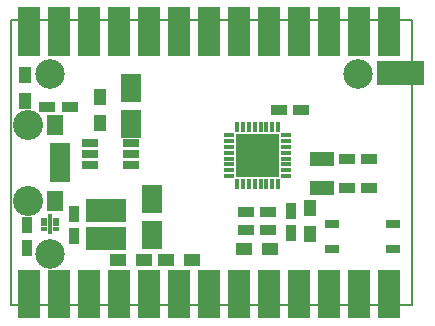
<source format=gts>
G04 #@! TF.FileFunction,Soldermask,Top*
%FSLAX46Y46*%
G04 Gerber Fmt 4.6, Leading zero omitted, Abs format (unit mm)*
G04 Created by KiCad (PCBNEW 4.0.1-3.201512221401+6198~38~ubuntu15.10.1-stable) date Tue Jan  5 23:14:19 2016*
%MOMM*%
G01*
G04 APERTURE LIST*
%ADD10C,0.100000*%
%ADD11C,0.150000*%
%ADD12R,2.152400X2.152400*%
%ADD13R,1.752600X2.352040*%
%ADD14R,1.402400X0.752400*%
%ADD15R,1.052400X1.352400*%
%ADD16C,2.500000*%
%ADD17R,0.852400X0.402400*%
%ADD18R,0.402400X0.852400*%
%ADD19R,1.877400X1.877400*%
%ADD20R,1.352400X0.902400*%
%ADD21R,0.902400X1.352400*%
%ADD22R,1.352400X1.052400*%
%ADD23R,0.502400X0.332400*%
%ADD24R,0.452400X1.652400*%
%ADD25R,2.052400X1.252400*%
%ADD26R,1.202400X0.802400*%
%ADD27R,1.879600X2.184400*%
%ADD28R,1.750000X0.800000*%
%ADD29C,2.550000*%
%ADD30R,1.400000X1.750000*%
G04 APERTURE END LIST*
D10*
D11*
X0Y0D02*
X0Y24130000D01*
X33909000Y0D02*
X0Y0D01*
X33909000Y24130000D02*
X33909000Y0D01*
X0Y24130000D02*
X33909000Y24130000D01*
D12*
X32004000Y19685000D03*
X33909000Y19685000D03*
D13*
X11938000Y5991860D03*
X11938000Y8994140D03*
X10160000Y18392140D03*
X10160000Y15389860D03*
D14*
X10132000Y13777000D03*
X10132000Y12827000D03*
X10132000Y11877000D03*
X6632000Y11877000D03*
X6632000Y12827000D03*
X6632000Y13777000D03*
D15*
X7493000Y15410000D03*
X7493000Y17610000D03*
D16*
X29337000Y19558000D03*
D15*
X1143000Y19515000D03*
X1143000Y17315000D03*
D17*
X23254500Y10923500D03*
X23254500Y11423500D03*
X23254500Y11923500D03*
X23254500Y12423500D03*
X23254500Y12923500D03*
X23254500Y13423500D03*
X23254500Y13923500D03*
X23254500Y14423500D03*
D18*
X22604500Y15073500D03*
X22104500Y15073500D03*
X21604500Y15073500D03*
X21104500Y15073500D03*
X20604500Y15073500D03*
X20104500Y15073500D03*
X19604500Y15073500D03*
X19104500Y15073500D03*
D17*
X18454500Y14423500D03*
X18454500Y13923500D03*
X18454500Y13423500D03*
X18454500Y12923500D03*
X18454500Y12423500D03*
X18454500Y11923500D03*
X18454500Y11423500D03*
X18454500Y10923500D03*
D18*
X19104500Y10273500D03*
X19604500Y10273500D03*
X20104500Y10273500D03*
X20604500Y10273500D03*
X21104500Y10273500D03*
X21604500Y10273500D03*
X22104500Y10273500D03*
X22604500Y10273500D03*
D19*
X19992000Y13536000D03*
X19992000Y11811000D03*
X21717000Y13536000D03*
X21717000Y11811000D03*
D20*
X21778000Y7874000D03*
X19878000Y7874000D03*
D10*
G36*
X6324800Y9034200D02*
X9677200Y9034200D01*
X9677200Y7081800D01*
X6324800Y7081800D01*
X6324800Y9034200D01*
X6324800Y9034200D01*
G37*
G36*
X6324800Y6634200D02*
X9677200Y6634200D01*
X9677200Y4681800D01*
X6324800Y4681800D01*
X6324800Y6634200D01*
X6324800Y6634200D01*
G37*
D20*
X4948000Y16827500D03*
X3048000Y16827500D03*
X28387000Y9906000D03*
X30287000Y9906000D03*
X28387000Y12382500D03*
X30287000Y12382500D03*
X24572000Y16510000D03*
X22672000Y16510000D03*
X21778000Y6350000D03*
X19878000Y6350000D03*
D21*
X23685500Y7998500D03*
X23685500Y6098500D03*
D22*
X9060000Y3835400D03*
X11260000Y3835400D03*
X19728000Y4762500D03*
X21928000Y4762500D03*
D15*
X25273000Y8212000D03*
X25273000Y6012000D03*
D21*
X5334000Y7747000D03*
X5334000Y5847000D03*
X1333500Y6792000D03*
X1333500Y4892000D03*
D22*
X13090800Y3835400D03*
X15290800Y3835400D03*
D23*
X3827000Y6458000D03*
X3827000Y6858000D03*
X3827000Y7258000D03*
X2777000Y7258000D03*
X2777000Y6858000D03*
X2777000Y6458000D03*
D24*
X3302000Y6858000D03*
D16*
X3302000Y4318000D03*
X3302000Y19558000D03*
D25*
X26289000Y9926000D03*
X26289000Y12426000D03*
D26*
X27118000Y4767000D03*
X32318000Y4767000D03*
X32318000Y6917000D03*
X27118000Y6917000D03*
D27*
X32004000Y0D03*
X29464000Y0D03*
X26924000Y0D03*
X24384000Y0D03*
X21844000Y0D03*
X19304000Y0D03*
X16764000Y0D03*
X14224000Y0D03*
X11684000Y0D03*
X9144000Y0D03*
X6604000Y0D03*
X4064000Y0D03*
X1524000Y0D03*
X1524000Y1905000D03*
X4064000Y1905000D03*
X6604000Y1905000D03*
X9144000Y1905000D03*
X11684000Y1905000D03*
X14224000Y1905000D03*
X16764000Y1905000D03*
X19304000Y1905000D03*
X21844000Y1905000D03*
X24384000Y1905000D03*
X26924000Y1905000D03*
X29464000Y1905000D03*
X32004000Y1905000D03*
X1524000Y24130000D03*
X4064000Y24130000D03*
X6604000Y24130000D03*
X9144000Y24130000D03*
X11684000Y24130000D03*
X14224000Y24130000D03*
X16764000Y24130000D03*
X19304000Y24130000D03*
X21844000Y24130000D03*
X24384000Y24130000D03*
X26924000Y24130000D03*
X29464000Y24130000D03*
X32004000Y24130000D03*
X32004000Y22225000D03*
X29464000Y22225000D03*
X26924000Y22225000D03*
X24384000Y22225000D03*
X21844000Y22225000D03*
X19304000Y22225000D03*
X16764000Y22225000D03*
X14224000Y22225000D03*
X11684000Y22225000D03*
X9144000Y22225000D03*
X6604000Y22225000D03*
X4064000Y22225000D03*
X1524000Y22225000D03*
D28*
X4122800Y13365000D03*
X4122800Y12715000D03*
X4122800Y12065000D03*
X4122800Y11415000D03*
X4122800Y10765000D03*
D29*
X1447800Y15290000D03*
X1447800Y8840000D03*
D30*
X3697800Y8865000D03*
X3697800Y15265000D03*
M02*

</source>
